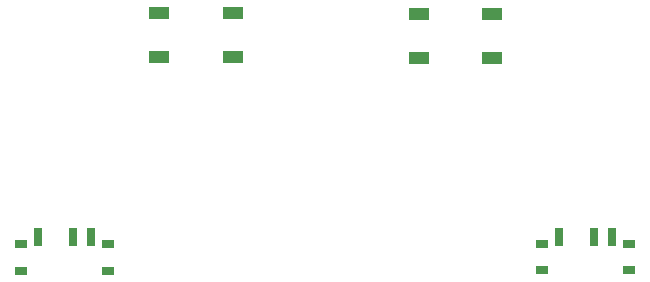
<source format=gtp>
G04 #@! TF.GenerationSoftware,KiCad,Pcbnew,(7.0.0)*
G04 #@! TF.CreationDate,2023-03-18T22:02:57+08:00*
G04 #@! TF.ProjectId,lul_left,6c756c5f-6c65-4667-942e-6b696361645f,rev?*
G04 #@! TF.SameCoordinates,Original*
G04 #@! TF.FileFunction,Paste,Top*
G04 #@! TF.FilePolarity,Positive*
%FSLAX46Y46*%
G04 Gerber Fmt 4.6, Leading zero omitted, Abs format (unit mm)*
G04 Created by KiCad (PCBNEW (7.0.0)) date 2023-03-18 22:02:57*
%MOMM*%
%LPD*%
G01*
G04 APERTURE LIST*
%ADD10R,1.000000X0.800000*%
%ADD11R,0.700000X1.500000*%
%ADD12R,1.800000X1.100000*%
G04 APERTURE END LIST*
D10*
X160450548Y-103263881D03*
X160450548Y-105473881D03*
X167750548Y-103263881D03*
X167750548Y-105473881D03*
D11*
X161850548Y-102613881D03*
X164850548Y-102613881D03*
X166350548Y-102613881D03*
D12*
X128019999Y-83669999D03*
X134219999Y-87369999D03*
X128019999Y-87369999D03*
X134219999Y-83669999D03*
X156189999Y-87449999D03*
X149989999Y-83749999D03*
X156189999Y-83749999D03*
X149989999Y-87449999D03*
D10*
X116339999Y-103274999D03*
X116339999Y-105484999D03*
X123639999Y-103274999D03*
X123639999Y-105484999D03*
D11*
X117739999Y-102624999D03*
X120739999Y-102624999D03*
X122239999Y-102624999D03*
M02*

</source>
